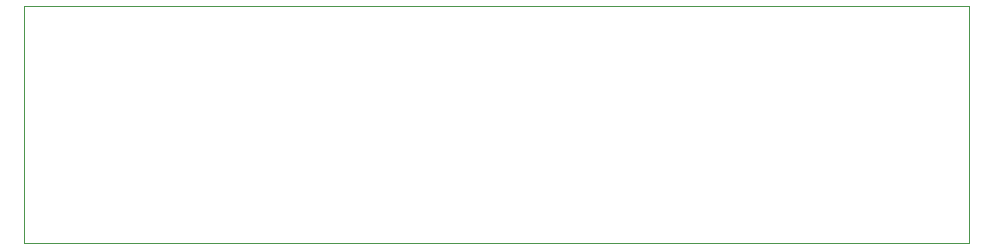
<source format=gbr>
%TF.GenerationSoftware,KiCad,Pcbnew,8.0.6*%
%TF.CreationDate,2025-02-14T22:00:12-04:00*%
%TF.ProjectId,nsec-ctf-sao-2025,6e736563-2d63-4746-962d-73616f2d3230,rev?*%
%TF.SameCoordinates,Original*%
%TF.FileFunction,Profile,NP*%
%FSLAX46Y46*%
G04 Gerber Fmt 4.6, Leading zero omitted, Abs format (unit mm)*
G04 Created by KiCad (PCBNEW 8.0.6) date 2025-02-14 22:00:12*
%MOMM*%
%LPD*%
G01*
G04 APERTURE LIST*
%TA.AperFunction,Profile*%
%ADD10C,0.050000*%
%TD*%
G04 APERTURE END LIST*
D10*
X71950000Y-82880000D02*
X151950000Y-82880000D01*
X151950000Y-102930000D01*
X71950000Y-102930000D01*
X71950000Y-82880000D01*
M02*

</source>
